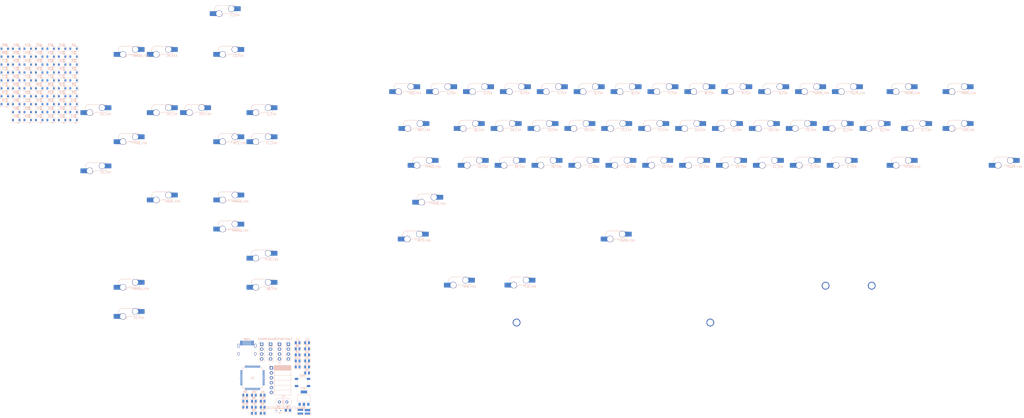
<source format=kicad_pcb>
(kicad_pcb (version 20241229) (generator "pcbnew") (generator_version "9.0")
  (layers (0 "F.Cu" signal) (4 "In1.Cu" signal) (6 "In2.Cu" signal) (2 "B.Cu" signal) (13 "F.Paste" user) (15 "B.Paste" user) (5 "F.SilkS" user "F.Silkscreen") (7 "B.SilkS" user "B.Silkscreen") (1 "F.Mask" user) (3 "B.Mask" user) (25 "Edge.Cuts" user))
  (net 0 "")
  (net 1 "GND")
  (net 2 "+3.3V")
  (net 3 "+5V")
  (net 4 "Net-(D3-A)")
  (net 5 "Net-(D4-A)")
  (net 6 "Net-(D5-A)")
  (net 7 "Net-(D6-A)")
  (net 8 "Net-(D7-A)")
  (net 9 "Net-(D8-A)")
  (net 10 "Net-(D9-A)")
  (net 11 "Net-(D10-A)")
  (net 12 "Net-(D11-A)")
  (net 13 "Net-(D12-A)")
  (net 14 "Net-(D13-A)")
  (net 15 "Net-(D14-A)")
  (net 16 "Net-(D15-A)")
  (net 17 "Net-(D16-A)")
  (net 18 "Net-(D17-A)")
  (net 19 "Net-(D18-A)")
  (net 20 "Net-(D19-A)")
  (net 21 "Net-(D20-A)")
  (net 22 "Net-(D21-A)")
  (net 23 "Net-(D22-A)")
  (net 24 "Net-(D23-A)")
  (net 25 "Net-(D29-A)")
  (net 26 "Net-(D30-A)")
  (net 27 "Net-(D31-A)")
  (net 28 "Net-(D32-A)")
  (net 29 "Net-(D33-A)")
  (net 30 "Net-(D24-A)")
  (net 31 "Net-(D25-A)")
  (net 32 "Net-(D26-A)")
  (net 33 "Net-(D27-A)")
  (net 34 "Net-(D28-A)")
  (net 35 "Net-(D34-A)")
  (net 36 "/COL2")
  (net 37 "/COL3")
  (net 38 "/COL4")
  (net 39 "/COL5")
  (net 40 "/COL1")
  (net 41 "/ROT_TIMB")
  (net 42 "/ROT_TIMA")
  (net 43 "Net-(U1-OSCIN)")
  (net 44 "Net-(U1-OSCOUT)")
  (net 45 "Net-(U1-VCAP)")
  (net 46 "/NRST")
  (net 47 "/D+")
  (net 48 "/D-")
  (net 49 "/ROW1")
  (net 50 "/ROW2")
  (net 51 "/ROW3")
  (net 52 "/ROW4")
  (net 53 "/ROW5")
  (net 54 "Net-(D35-A)")
  (net 55 "/ROT_SW")
  (net 56 "/UART_TX_EAST")
  (net 57 "/UART_RX_EAST")
  (net 58 "Net-(U1-VDDA)")
  (net 59 "/RGB_DATAIN")
  (net 60 "Net-(D36-A)")
  (net 61 "Net-(D37-A)")
  (net 62 "Net-(D38-A)")
  (net 63 "Net-(D39-A)")
  (net 64 "Net-(D40-A)")
  (net 65 "Net-(D41-A)")
  (net 66 "Net-(D42-A)")
  (net 67 "Net-(D43-A)")
  (net 68 "Net-(D44-A)")
  (net 69 "Net-(D45-A)")
  (net 70 "Net-(D46-A)")
  (net 71 "Net-(D47-A)")
  (net 72 "Net-(D48-A)")
  (net 73 "Net-(D50-A)")
  (net 74 "Net-(D51-A)")
  (net 75 "Net-(D52-A)")
  (net 76 "Net-(D53-A)")
  (net 77 "Net-(D54-A)")
  (net 78 "Net-(D55-A)")
  (net 79 "Net-(D56-A)")
  (net 80 "Net-(D57-A)")
  (net 81 "Net-(D58-A)")
  (net 82 "/UART_TX_NORTH")
  (net 83 "/UART_RX_NORTH")
  (net 84 "Net-(USB1-CC2)")
  (net 85 "Net-(USB1-CC1)")
  (net 86 "Net-(U1-PA11)")
  (net 87 "Net-(U1-PA12)")
  (net 88 "Net-(U1-BOOT)")
  (net 89 "/JTCLK")
  (net 90 "Net-(J1-Pin_2)")
  (net 91 "/JTMS")
  (net 92 "Net-(J1-Pin_4)")
  (net 93 "Net-(J1-Pin_5)")
  (net 94 "Net-(J1-Pin_6)")
  (net 95 "/SWO")
  (net 96 "/UART_TX_SOUTH")
  (net 97 "/UART_RX_SOUTH")
  (net 99 "AGND")
  (net 100 "Net-(D59-A)")
  (net 101 "/UART_TX_WEST")
  (net 104 "Net-(D60-A)")
  (net 105 "Net-(D61-A)")
  (net 106 "Net-(D62-A)")
  (net 109 "Net-(D64-A)")
  (net 111 "Net-(D65-A)")
  (net 112 "Net-(D68-A)")
  (net 113 "/UART_RX_WEST")
  (net 114 "Net-(D71-A)")
  (net 115 "Net-(D72-A)")
  (net 116 "Net-(D73-A)")
  (net 119 "Net-(D2-A)")
  (net 124 "Net-(D74-A)")
  (net 125 "Net-(D75-A)")
  (net 126 "Net-(D76-A)")
  (net 127 "/COL12")
  (net 128 "/COL9")
  (net 129 "/COL10")
  (net 130 "/COL11")
  (net 131 "/COL6")
  (net 132 "/COL7")
  (net 133 "/COL8")
  (net 134 "/COL14")
  (net 135 "/COL13")
  (net 136 "/COL15")
  (footprint "PCM_marbastlib-mx:STAB_MX_2.25u" (layer "F.Cu") (at 290.2 85.725)
    (property "Reference" "S4" (hide yes))
    (property "Value" "MX_stab")
  )
  (footprint "PCM_marbastlib-mx:STAB_MX_P_2u" (layer "F.Cu") (at 261.9375 152.4)
    (property "Reference" "S3" (hide yes))
    (property "Value" "MX_stab")
  )
  (footprint "PCM_marbastlib-mx:STAB_MX_P_6.25u" (layer "F.Cu") (at 140.49375 171.45)
    (property "Reference" "S2" (hide yes))
    (property "Value" "MX_stab")
  )
  (footprint "PCM_marbastlib-mx:STAB_MX_2u" (layer "F.Cu") (at 290.5125 47.625)
    (property "Reference" "S5" (hide yes))
    (property "Value" "MX_stab")
  )
  (footprint "PCM_marbastlib-mx:STAB_MX_2.25u" (layer "F.Cu") (at 45.24375 104.775)
    (property "Reference" "S1" (hide yes))
    (property "Value" "MX_stab")
  )
  (footprint "PCM_Resistor_SMD_AKL:R_0805_2012Metric" (layer "B.Cu") (at -45.1515 205.13825 180)
    (property "Reference" "R6")
    (property "Value" "22" (hide yes))
  )
  (footprint "PCM_marbastlib-mx:SW_MX_HS_CPG151101S11_1u" (layer "B.Cu") (at 52.41 47.625 180)
    (property "Reference" "KEY_1")
    (property "Value" "MX_SW_HS")
  )
  (footprint "PCM_marbastlib-mx:SW_MX_HS_CPG151101S11_1u" (layer "B.Cu") (at 238.125 66.675 180)
    (property "Reference" "KEY_P1")
    (property "Value" "MX_SW_HS")
  )
  (footprint "PCM_Diode_SMD_AKL:D_SOD-123" (layer "B.Cu") (at -156.0315 35.19825 180)
    (property "Reference" "D36")
    (property "Value" "1N4148W" (hide yes))
  )
  (footprint "PCM_Capacitor_SMD_AKL:C_0805_2012Metric" (layer "B.Cu") (at -22.584182 178.02825 180)
    (property "Reference" "C8")
    (property "Value" "10uF" (hide yes))
  )
  (footprint "PCM_marbastlib-mx:SW_MX_HS_CPG151101S11_1u" (layer "B.Cu") (at 319.0875 47.625 180)
    (property "Reference" "KEY_HOME1")
    (property "Value" "MX_SW_HS")
  )
  (footprint "PCM_Diode_SMD_AKL:D_SOD-123" (layer "B.Cu") (at -167.8715 26.99825 180)
    (property "Reference" "D55")
    (property "Value" "1N4148W" (hide yes))
  )
  (footprint "PCM_marbastlib-mx:SW_MX_HS_CPG151101S11_1u" (layer "B.Cu") (at -40.351324 73.52325 180)
    (property "Reference" "KEY_/1")
    (property "Value" "MX_SW_HS")
  )
  (footprint "PCM_Diode_SMD_AKL:D_SOD-123" (layer "B.Cu") (at -173.7915 31.09825 180)
    (property "Reference" "D71")
    (property "Value" "1N4148W" (hide yes))
  )
  (footprint "PCM_marbastlib-mx:SW_MX_HS_CPG151101S11_1u" (layer "B.Cu") (at 223.86 47.625 180)
    (property "Reference" "KEY_0")
    (property "Value" "MX_SW_HS")
  )
  (footprint "PCM_marbastlib-mx:SW_MX_HS_CPG151101S11_1u" (layer "B.Cu") (at -91.801324 28.37325 180)
    (property "Reference" "KEY_M1")
    (property "Value" "MX_SW_HS")
  )
  (footprint "PCM_Diode_SMD_AKL:D_SOD-123" (layer "B.Cu") (at -156.0315 43.39825 180)
    (property "Reference" "D38")
    (property "Value" "1N4148W" (hide yes))
  )
  (footprint "PCM_Diode_SMD_AKL:D_SOD-123" (layer "B.Cu") (at -144.1915 59.79825 180)
    (property "Reference" "D22")
    (property "Value" "1N4148W" (hide yes))
  )
  (footprint "PCM_marbastlib-mx:SW_MX_HS_CPG151101S11_1u" (layer "B.Cu") (at -108.951324 163.82325 180)
    (property "Reference" "KEY_V1")
    (property "Value" "MX_SW_HS")
  )
  (footprint "PCM_marbastlib-mx:SW_MX_HS_CPG151101S11_1u" (layer "B.Cu") (at 221.13875 85.725 180)
    (property "Reference" "KEY_L1")
    (property "Value" "MX_SW_HS")
  )
  (footprint "PCM_Diode_SMD_AKL:D_SOD-123" (layer "B.Cu") (at -150.1115 47.49825 180)
    (property "Reference" "D29")
    (property "Value" "1N4148W" (hide yes))
  )
  (footprint "PCM_marbastlib-mx:SW_MX_HS_CPG151101S11_1u" (layer "B.Cu") (at 180.975 66.675 180)
    (property "Reference" "KEY_U1")
    (property "Value" "MX_SW_HS")
  )
  (footprint "PCM_Resistor_SMD_AKL:R_0805_2012Metric" (layer "B.Cu") (at -49.6715 208.25825 180)
    (property "Reference" "R13")
    (property "Value" "DNP" (hide yes))
  )
  (footprint "PCM_marbastlib-mx:SW_MX_HS_CPG151101S11_1u" (layer "B.Cu") (at -108.951324 28.37325 180)
    (property "Reference" "KEY_RARROW1")
    (property "Value" "MX_SW_HS")
  )
  (footprint "PCM_Diode_SMD_AKL:D_SOD-123" (layer "B.Cu") (at -144.1915 43.39825 180)
    (property "Reference" "D18")
    (property "Value" "1N4148W" (hide yes))
  )
  (footprint "PCM_Diode_SMD_AKL:D_SOD-123" (layer "B.Cu") (at -138.2715 22.89825 180)
    (property "Reference" "D3")
    (property "Value" "1N4148W" (hide yes))
  )
  (footprint "PCM_marbastlib-mx:SW_MX_HS_CPG151101S11_1u" (layer "B.Cu") (at 37.7825 123.825 180)
    (property "Reference" "KEY_CTRL1")
    (property "Value" "MX_SW_HS")
  )
  (footprint "PCM_Diode_SMD_AKL:D_SOD-123" (layer "B.Cu") (at -150.1115 22.89825 180)
    (property "Reference" "D23")
    (property "Value" "1N4148W" (hide yes))
  )
  (footprint "PCM_marbastlib-mx:SW_MX_HS_CPG151101S11_1u" (layer "B.Cu") (at 142.5575 123.825 180)
    (property "Reference" "KEY_SPACE1")
    (property "Value" "MX_SW_HS")
  )
  (footprint "PCM_marbastlib-mx:SW_MX_HS_CPG151101S11_1u" (layer "B.Cu") (at 106.83875 85.725 180)
    (property "Reference" "KEY_D1")
    (property "Value" "MX_SW_HS")
  )
  (footprint "PCM_Diode_SMD_AKL:D_SOD-123" (layer "B.Cu") (at -167.8715 43.39825 180)
    (property "Reference" "D59")
    (property "Value" "1N4148W" (hide yes))
  )
  (footprint "PCM_Diode_SMD_AKL:D_SOD-123" (layer "B.Cu") (at -173.7915 22.89825 180)
    (property "Reference" "D65")
    (property "Value" "1N4148W" (hide yes))
  )
  (footprint "Connector_PinSocket_2.54mm:PinSocket_1x04_P2.54mm_Vertical" (layer "B.Cu") (at -31.9465 175.67325 180)
    (property "Reference" "North1")
    (property "Value" "Conn_01x04")
  )
  (footprint "PCM_Resistor_SMD_AKL:R_0805_2012Metric" (layer "B.Cu") (at -45.1515 202.01825 180)
    (property "Reference" "R5")
    (property "Value" "10k" (hide yes))
  )
  (footprint "PCM_Resistor_SMD_AKL:R_0805_2012Metric" (layer "B.Cu") (at -49.6715 205.13825 180)
    (property "Reference" "R10")
    (property "Value" "DNP" (hide yes))
  )
  (footprint "Connector_PinSocket_2.54mm:PinSocket_1x04_P2.54mm_Vertical" (layer "B.Cu") (at -41.1465 175.67325 180)
    (property "Reference" "West1")
    (property "Value" "Conn_01x04")
  )
  (footprint "PCM_Diode_SMD_AKL:D_SOD-123" (layer "B.Cu") (at -156.0315 51.59825 180)
    (property "Reference" "D40")
    (property "Value" "1N4148W" (hide yes))
  )
  (footprint "PCM_marbastlib-mx:SW_MX_HS_CPG151101S11_1u" (layer "B.Cu") (at -126.101324 58.47325 180)
    (property "Reference" "KEY_X1")
    (property "Value" "MX_SW_HS")
  )
  (footprint "PCM_Diode_SMD_AKL:D_SOD-123" (layer "B.Cu") (at -150.1115 35.19825 180)
    (property "Reference" "D26")
    (property "Value" "1N4148W" (hide yes))
  )
  (footprint "PCM_Diode_SMD_AKL:D_SOD-123" (layer "B.Cu") (at -167.8715 55.69825 180)
    (property "Reference" "D62")
    (property "Value" "1N4148W" (hide yes))
  )
  (footprint "PCM_Diode_SMD_AKL:D_SOD-123" (layer "B.Cu") (at -144.1915 39.29825 180)
    (property "Reference" "D17")
    (property "Value" "1N4148W" (hide yes))
  )
  (footprint "PCM_marbastlib-mx:SW_MX_HS_CPG151101S11_1u" (layer "B.Cu") (at 71.46 47.625 180)
    (property "Reference" "KEY_2")
    (property "Value" "MX_SW_HS")
  )
  (footprint "PCM_Diode_SMD_AKL:D_SOD-123" (layer "B.Cu") (at -144.1915 26.99825 180)
    (property "Reference" "D14")
    (property "Value" "1N4148W" (hide yes))
  )
  (footprint "PCM_marbastlib-mx:SW_MX_HS_CPG151101S11_1u" (layer "B.Cu") (at 163.98875 85.725 180)
    (property "Reference" "KEY_H1")
    (property "Value" "MX_SW_HS")
  )
  (footprint "PCM_marbastlib-mx:SW_MX_HS_CPG151101S11_1u" (layer "B.Cu") (at 185.76 47.625 180)
    (property "Reference" "KEY_8")
    (property "Value" "MX_SW_HS")
  )
  (footprint "PCM_marbastlib-mx:SW_MX_HS_CPG151101S11_1u" (layer "B.Cu") (at 147.66 47.625 180)
    (property "Reference" "KEY_6")
    (property "Value" "MX_SW_HS")
  )
  (footprint "PCM_Diode_SMD_AKL:D_SOD-123" (layer "B.Cu") (at -156.0315 59.79825 180)
    (property "Reference" "D42")
    (property "Value" "1N4148W" (hide yes))
  )
  (footprint "PCM_marbastlib-mx:SW_MX_HS_CPG151101S11_1u" (layer "B.Cu") (at -74.651324 58.47325 180)
    (property "Reference" "KEY_FN1")
    (property "Value" "MX_SW_HS")
  )
  (footprint "PCM_marbastlib-mx:SW_MX_HS_CPG151101S11_1u" (layer "B.Cu") (at 33.3375 47.625 180)
    (property "Reference" "KEY_ESC1")
    (property "Value" "MX_SW_HS")
  )
  (footprint "PCM_Diode_SMD_AKL:D_SOD-123" (layer "B.Cu") (at -156.0315 22.89825 180)
    (property "Reference" "D33")
    (property "Value" "1N4148W" (hide yes))
  )
  (footprint "PCM_marbastlib-mx:SW_MX_HS_CPG151101S11_1u" (layer "B.Cu") (at 90.51 47.625 180)
    (property "Reference" "KEY_3")
    (property "Value" "MX_SW_HS")
  )
  (footprint "PCM_marbastlib-mx:SW_MX_HS_CPG151101S11_1u" (layer "B.Cu") (at 68.73875 85.725 180)
    (property "Reference" "KEY_A1")
    (property "Value" "MX_SW_HS")
  )
  (footprint "PCM_marbastlib-mx:SW_MX_HS_CPG151101S11_1u" (layer "B.Cu") (at 219.075 66.675 180)
    (property "Reference" "KEY_O1")
    (property "Value" "MX_SW_HS")
  )
  (footprint "PCM_Diode_SMD_AKL:D_SOD-123" (layer "B.Cu") (at -156.0315 31.09825 180)
    (property "Reference" "D35")
    (property "Value" "1N4148W" (hide yes))
  )
  (footprint "PCM_marbastlib-mx:SW_MX_HS_CPG151101S11_1u" (layer "B.Cu") (at -57.501324 103.62325 180)
    (property "Reference" "KEY_DARROW1")
    (property "Value" "MX_SW_HS")
  )
  (footprint "PCM_marbastlib-mx:SW_MX_HS_CPG151101S11_1u" (layer "B.Cu") (at -91.801324 58.47325 180)
    (property "Reference" "KEY_N1")
    (property "Value" "MX_SW_HS")
  )
  (footprint "PCM_Diode_SMD_AKL:D_SOD-123" (layer "B.Cu") (at -173.7915 35.19825 180)
    (property "Reference" "D72")
    (property "Value" "1N4148W" (hide yes))
  )
  (footprint "PCM_Diode_SMD_AKL:D_SOD-123" (layer "B.Cu") (at -138.2715 59.79825 180)
    (property "Reference" "D12")
    (property "Value" "1N4148W" (hide yes))
  )
  (footprint "PCM_Diode_SMD_AKL:D_SOD-123" (layer "B.Cu") (at -161.9515 26.99825 180)
    (property "Reference" "D44")
    (property "Value" "1N4148W" (hide yes))
  )
  (footprint "PCM_Diode_SMD_AKL:D_SOD-123" (layer "B.Cu") (at -138.2715 26.99825 180)
    (property "Reference" "D4")
    (property "Value" "1N4148W" (hide yes))
  )
  (footprint "PCM_marbastlib-mx:SW_MX_HS_CPG151101S11_1u" (layer "B.Cu") (at 319.0875 66.675 180)
    (property "Reference" "KEY_DEL1")
    (property "Value" "MX_SW_HS")
  )
  (footprint "PCM_Resistor_SMD_AKL:R_0805_2012Metric" (layer "B.Cu") (at -40.6315 208.25825 180)
    (property "Reference" "R3")
    (property "Value" "22" (hide yes))
  )
  (footprint "PCM_marbastlib-mx:SW_MX_HS_CPG151101S11_1u" (layer "B.Cu") (at 142.8 66.675 180)
    (property "Reference" "KEY_T1")
    (property "Value" "MX_SW_HS")
  )
  (footprint "PCM_marbastlib-mx:SW_MX_HS_CPG151101S11_1u" (layer "B.Cu") (at 109.56 47.625 180)
    (property "Reference" "KEY_4")
    (property "Value" "MX_SW_HS")
  )
  (footprint "PCM_Diode_SMD_AKL:D_SOD-123" (layer "B.Cu") (at -156.0315 47.49825 180)
    (property "Reference" "D39")
    (property "Value" "1N4148W" (hide yes))
  )
  (footprint "PCM_Capacitor_SMD_AKL:C_0805_2012Metric" (layer "B.Cu") (at -17.702394 190.50825 180)
    (property "Reference" "C6")
    (property "Value" "100nF" (hide yes))
  )
  (footprint "PCM_Resistor_SMD_AKL:R_0805_2012Metric" (layer "B.Cu") (at -45.1515 208.25825 180)
    (property "Reference" "R7")
    (property "Value" "22" (hide yes))
  )
  (footprint "PCM_Capacitor_SMD_AKL:C_0805_2012Metric" (layer "B.Cu") (at -17.702394 178.02825 180)
    (property "Reference" "C2")
    (property "Value" "20pF" (hide yes))
  )
  (footprint "PCM_Diode_SMD_AKL:D_SOD-123" (layer "B.Cu") (at -144.1915 47.49825 180)
    (property "Reference" "D19")
    (property "Value" "1N4148W" (hide yes))
  )
  (footprint "PCM_Capacitor_SMD_AKL:C_0805_2012Metric" (layer "B.Cu") (at -22.584182 181.14825 180)
    (property "Reference" "C9")
    (property "Value" "4.7uF" (hide yes))
  )
  (footprint "PCM_Diode_SMD_AKL:D_SOD-123" (layer "B.Cu") (at -161.9515 43.39825 180)
    (property "Reference" "D48")
    (property "Value" "1N4148W" (hide yes))
  )
  (footprint "PCM_Diode_SMD_AKL:D_SOD-123" (layer "B.Cu") (at -150.1115 39.29825 180)
    (property "Reference" "D27")
    (property "Value" "1N4148W" (hide yes))
  )
  (footprint "PCM_marbastlib-mx:SW_MX_HS_CPG151101S11_1u" (layer "B.Cu") (at 66.675 66.675 180)
    (property "Reference" "KEY_Q1")
    (property "Value" "MX_SW_HS")
  )
  (footprint "PCM_marbastlib-mx:SW_MX_HS_CPG151101S11_1u" (layer "B.Cu") (at -108.951324 148.77325 180)
    (property "Reference" "KEY_UARROW1")
    (property "Value" "MX_SW_HS")
  )
  (footprint "PCM_Diode_SMD_AKL:D_SOD-123" (layer "B.Cu") (at -156.0315 55.69825 180)
    (property "Reference" "D41")
    (property "Value" "1N4148W" (hide yes))
  )
  (footprint "PCM_Diode_SMD_AKL:D_SOD-123" (layer "B.Cu") (at -138.2715 47.49825 180)
    (property "Reference" "D9")
    (property "Value" "1N4148W" (hide yes))
  )
  (footprint "PCM_Diode_SMD_AKL:D_SOD-123" (layer "B.Cu") (at -138.2715 31.09825 180)
    (property "Reference" "D5")
    (property "Value" "1N4148W" (hide yes))
  )
  (footprint "PCM_Diode_SMD_AKL:D_SOD-123" (layer "B.Cu") (at -138.2715 55.69825 180)
    (property "Reference" "D11")
    (property "Value" "1N4148W" (hide yes))
  )
  (footprint "PCM_Diode_SMD_AKL:D_SOD-123" (layer "B.Cu") (at -167.8715 47.49825 180)
    (property "Reference" "D60")
    (property "Value" "1N4148W" (hide yes))
  )
  (footprint "PCM_Capacitor_SMD_AKL:C_0805_2012Metric" (layer "B.Cu") (at -17.702394 184.26825 180)
    (property "Reference" "C4")
    (property "Value" "100nF" (hide yes))
  )
  (footprint "PCM_Diode_SMD_AKL:D_SOD-123" (layer "B.Cu") (at -167.8715 22.89825 180)
    (property "Reference" "D54")
    (property "Value" "1N4148W" (hide yes))
  )
  (footprint "Type-C.pretty-master:HRO-TYPE-C-31-M-12-HandSoldering" (layer "B.Cu") (at -48.7415 183.26825 180)
    (property "Reference" "USB1")
    (property "Value" "HRO-TYPE-C-31-M-12")
  )
  (footprint "PCM_Diode_SMD_AKL:D_SOD-123" (layer "B.Cu") (at -138.2715 35.19825 180)
    (property "Reference" "D6")
    (property "Value" "1N4148W" (hide yes))
  )
  (footprint "PCM_marbastlib-mx:SW_MX_HS_CPG151101S11_1u" (layer "B.Cu") (at 92.86875 147.6375 180)
    (property "Reference" "KEY_ALT1")
    (property "Value" "MX_SW_HS")
  )
  (footprint "PCM_marbastlib-mx:SW_MX_HS_CPG151101S11_1u" (layer "B.Cu") (at 123.8 66.675 180)
    (property "Reference" "KEY_R1")
    (property "Value" "MX_SW_HS")
  )
  (footprint "PCM_marbastlib-mx:SW_MX_HS_CPG151101S11_1u" (layer "B.Cu") (at 257.175 66.675 180)
    (property "Reference" "KEY_[1")
    (property "Value" "MX_SW_HS")
  )
  (footprint "PCM_Diode_SMD_AKL:D_SOD-123" (layer "B.Cu") (at -173.7915 47.49825 180)
    (property "Reference" "D75")
    (property "Value" "1N4148W" (hide yes))
  )
  (footprint "PCM_marbastlib-mx:SW_MX_HS_CPG151101S11_1u" (layer "B.Cu") (at 202.08875 85.725 180)
    (property "Reference" "KEY_K1")
    (property "Value" "MX_SW_HS")
  )
  (footprint "PCM_marbastlib-mx:SW_MX_HS_CPG151101S11_1u" (layer "B.Cu") (at 45.24375 104.775 180)
    (property "Reference" "KEY_SHIFT1")
    (property "Value" "MX_SW_HS")
  )
  (footprint "PCM_marbastlib-various:SW_SPST_SKQG_WithStem" (layer "B.Cu") (at -20.0365 195.44325 180)
    (property "Reference" "SW2")
    (property "Value" "Push_Button")
  )
  (footprint "PCM_Diode_SMD_AKL:D_SOD-123" (layer "B.Cu") (at -167.8715 39.29825 180)
    (property "Reference" "D58")
    (property "Value" "1N4148W" (hide yes))
  )
  (footprint "PCM_Diode_SMD_AKL:D_SOD-123" (layer "B.Cu") (at -144.1915 51.59825 180)
    (property "Reference" "D20")
    (property "Value" "1N4148W" (hide yes))
  )
  (footprint "PCM_Diode_SMD_AKL:D_SOD-123" (layer "B.Cu") (at -144.1915 31.09825 180)
    (property "Reference" "D15")
    (property "Value" "1N4148W" (hide yes))
  )
  (footprint "PCM_marbastlib-mx:SW_MX_HS_CPG151101S11_1u" (layer "B.Cu") (at 38.1 66.675 180)
    (property "Reference" "KEY_TAB1")
    (property "Value" "MX_SW_HS")
  )
  (footprint "PCM_Diode_SMD_AKL:D_SOD-323" (layer "B.Cu") (at -32.4015 209.99825 180)
    (property "Reference" "D2")
    (property "Value" "BAT60JFILM" (hide yes))
  )
  (footprint "PCM_Diode_SMD_AKL:D_SOD-123" (layer "B.Cu") (at -161.9515 55.69825 180)
    (property "Reference" "D52")
    (property "Value" "1N4148W" (hide yes))
  )
  (footprint "PCM_marbastlib-mx:SW_MX_HS_CPG151101S11_1u" (layer "B.Cu") (at 104.775 66.675 180)
    (property "Reference" "KEY_E1")
    (property "Value" "MX_SW_HS")
  )
  (footprint "PCM_marbastlib-mx:SW_MX_HS_CPG151101S11_1u" (layer "B.Cu") (at 61.595 147.6375 180)
    (property "Reference" "KEY_WIN1")
    (property "Value" "MX_SW_HS")
  )
  (footprint "PCM_Diode_SMD_AKL:D_SOD-123" (layer "B.Cu") (at -161.9515 59.79825 180)
    (property "Reference" "D53")
    (property "Value" "1N4148W" (hide yes))
  )
  (footprint "PCM_marbastlib-mx:SW_MX_HS_CPG151101S11_1u" (layer "B.Cu") (at -40.351324 148.77325 180)
    (property "Reference" "KEY_B1")
    (property "Value" "MX_SW_HS")
  )
  (footprint "PCM_Resistor_SMD_AKL:R_0805_2012Metric" (layer "B.Cu") (at -40.6315 205.13825 180)
    (property "Reference" "R2")
    (property "Value" "5.1k" (hide yes))
  )
  (footprint "PCM_marbastlib-mx:SW_MX_HS_CPG151101S11_1u" (layer "B.Cu") (at -57.501324 73.52325 180)
    (property "Reference" "KEY_CTRL2")
    (property "Value" "MX_SW_HS")
  )
  (footprint "PCM_marbastlib-mx:SW_MX_HS_CPG151101S11_1u" (layer "B.Cu") (at 145 85.725 180)
    (property "Reference" "KEY_G1")
    (property "Value" "MX_SW_HS")
  )
  (footprint "PCM_Capacitor_SMD_AKL:C_0805_2012Metric" (layer "B.Cu") (at -22.584182 184.26825 180)
    (property "Reference" "C10")
    (property "Value" "1uF" (hide yes))
  )
  (footprint "PCM_marbastlib-mx:SW_MX_HS_CPG151101S11_1u" (layer "B.Cu") (at 87.78875 85.725 180)
    (property "Reference" "KEY_S1")
    (property "Value" "MX_SW_HS")
  )
  (footprint "PCM_Diode_SMD_AKL:D_SOD-123" (layer "B.Cu") (at -144.1915 35.19825 180)
    (property "Reference" "D16")
    (property "Value" "1N4148W" (hide yes))
  )
  (footprint "PCM_marbastlib-mx:SW_MX_HS_CPG151101S11_1u" (layer "B.Cu") (at -91.801324 103.62325 180)
    (property "Reference" "KEY_PGDN1")
    (property "Value" "MX_SW_HS")
  )
  (footprint "PCM_Capacitor_SMD_AKL:C_0805_2012Metric" (layer "B.Cu") (at -22.584182 187.38825 180)
    (property "Reference" "C11")
    (property "Value" "0.1uF" (hide yes))
  )
  (footprint "PCM_Diode_SMD_AKL:D_SOD-123" (layer "B.Cu") (at -161.9515 31.09825 180)
    (property "Reference" "D45")
    (property "Value" "1N4148W" (hide yes))
  )
  (footprint "PCM_marbastlib-mx:SW_MX_HS_CPG151101S11_1u" (layer "B.Cu") (at 42.8625 85.725 180)
    (property "Reference" "KEY_CAPS1")
    (property "Value" "MX_SW_HS")
  )
  (footprint "PCM_marbastlib-mx:SW_MX_HS_CPG151101S11_1u" (layer "B.Cu") (at 125.88875 85.725 180)
    (property "Reference" "KEY_F1")
    (property "Value" "MX_SW_HS")
  )
  (footprint "PCM_marbastlib-mx:SW_MX_HS_CPG151101S11_1u" (layer "B.Cu") (at 200 66.675 180)
    (property "Reference" "KEY_I1")
    (property "Value" "MX_SW_HS")
  )
  (footprint "PCM_Diode_SMD_AKL:D_SOD-123" (layer "B.Cu") (at -161.9515 51.59825 180)
    (property "Reference" "D51")
    (property "Value" "1N4148W" (hide yes))
  )
  (footprint "PCM_Diode_SMD_AKL:D_SOD-123" (layer "B.Cu") (at -150.1115 26.99825 180)
    (property "Reference" "D24")
    (property "Value" "1N4148W" (hide yes))
  )
  (footprint "PCM_marbastlib-mx:SW_MX_HS_CPG151101S11_1u" (layer "B.Cu") (at 297.65625 66.675 180)
    (property "Reference" "KEY_\\1")
    (property "Value" "MX_SW_HS")
  )
  (footprint "PCM_Diode_SMD_AKL:D_SOD-123" (layer "B.Cu") (at -167.8715 59.79825 180)
    (property "Reference" "D64")
    (property "Value" "1N4148W" (hide yes))
  )
  (footprint "PCM_Diode_SMD_AKL:D_SOD-123" (layer "B.Cu") (at -161.9515 47.49825 180)
    (property "Reference" "D50")
    (property "Value" "1N4148W" (hide yes))
  )
  (footprint "PCM_Resistor_SMD_AKL:R_0805_2012Metric" (layer "B.Cu") (at -49.6715 202.01825 180)
    (property "Reference" "R9")
    (property "Value" "22" (hide yes))
  )
  (footprint "PCM_Diode_SMD_AKL:D_SOD-123" (layer "B.Cu") (at -150.1115 55.69825 180)
    (property "Reference" "D31")
    (property "Value" "1N4148W" (hide yes))
  )
  (footprint "PCM_Fuse_AKL:Fuse_0805_2012Metric_Pad1.15x1.40mm_BigPads" (layer "B.Cu") (at -27.5815 209.80825 180)
    (property "Reference" "FB1")
    (property "Value" "Ferrite_Bead" (hide yes))
  )
  (footprint "PCM_marbastlib-mx:SW_MX_HS_CPG151101S11_1u" (layer "B.Cu") (at 290.195 47.625 180)
    (property "Reference" "KEY_BKSP1")
    (property "Value" "MX_SW_HS")
  )
  (footprint "PCM_Diode_SMD_AKL:D_SOD-123" (layer "B.Cu") (at -150.1115 31.09825 180)
    (property "Reference" "D25")
    (property "Value" "1N4148W" (hide yes))
  )
  (footprint "PCM_marbastlib-mx:SW_MX_HS_CPG151101S11_1u" (layer "B.Cu") (at 242.91 47.625 180)
    (property "Reference" "KEY_MINUS1")
    (property "Value" "MX_SW_HS")
  )
  (footprint "PCM_Diode_SMD_AKL:D_SOD-123" (layer "B.Cu") (at -173.7915 26.99825 180)
    (property "Reference" "D68")
    (property "Value" "1N4148W" (hide yes))
  )
  (footprint "PCM_marbastlib-mx:SW_MX_HS_CPG151101S11_1u" (layer "B.Cu") (at -59.315 7.3025 180)
    (property "Reference" "KEY_,1")
    (property "Value" "MX_SW_HS")
  )
  (footprint "PCM_Diode_SMD_AKL:D_SOD-123" (layer "B.Cu") (at -161.9515 39.29825 180)
    (property "Reference" "D47")
    (property "Value" "1N4148W" (hide yes))
  )
  (footprint "PCM_marbastlib-mx:SW_MX_HS_CPG151101S11_1u" (layer "B.Cu") (at 240.2 85.725 180)
    (property "Reference" "KEY_;1")
    (property "Value" "MX_SW_HS")
  )
  (footprint "PCM_marbastlib-mx:SW_MX_HS_CPG151101S11_1u" (layer "B.Cu") (at 161.925 66.675 180)
    (property "Reference" "KEY_Y1")
    (property "Value" "MX_SW_HS")
  )
  (footprint "PCM_Diode_SMD_AKL:D_SOD-123" (layer "B.Cu") (at -161.9515 35.19825 180)
    (property "Reference" "D46")
    (property "Value" "1N4148W" (hide yes))
  )
  (footprint "PCM_Package_TO_SOT_SMD_AKL:SOT-143_Handsoldering" (layer "B.Cu") (at -19.314 210.54325 180)
    (property "Reference" "D1")
    (property "Value" "PRTR5V0U2X")
  )
  (footprint "PCM_Diode_SMD_AKL:D_SOD-123" (layer "B.Cu") (at -156.0315 26.99825 180)
    (property "Reference" "D34")
    (property "Value" "1N4148W" (hide yes))
  )
  (footprint "Connector_PinSocket_2.54mm:PinSocket_1x06_P2.54mm_Horizontal" (layer "B.Cu") (at -36.0965 187.92325 180)
    (property "Reference" "J1")
    (property "Value" "Conn_01x06")
  )
  (footprint "PCM_marbastlib-mx:SW_MX_HS_CPG151101S11_1u" (layer "B.Cu") (at 261.9375 47.625 180)
    (property "Reference" "KEY_PLUS1")
    (property "Value" "MX_SW_HS")
  )
  (footprint "Connector_PinSocket_2.54mm:PinSocket_1x04_P2.54mm_Vertical" (layer "B.Cu") (at -27.3465 175.67325 180)
    (property "Reference" "East1")
    (property "Value" "Conn_01x04")
  )
  (footprint "PCM_marbastlib-mx:SW_MX_HS_CPG151101S11_1u" (layer "B.Cu") (at -57.501324 28.37325 180)
    (property "Reference" "KEY_C1")
    (property "Value" "MX_SW_HS")
  )
  (footprint "PCM_marbastlib-mx:SW_MX_HS_CPG151101S11_1u" (layer "B.Cu") (at 166.71 47.625 180)
    (property "Reference" "KEY_7")
    (property "Value" "MX_SW_HS")
  )
  (footprint "PCM_Diode_SMD_AKL:D_SOD-123" (layer "B.Cu") (at -150.1115 51.59825 180)
    (property "Reference" "D30")
    (property "Value" "1N4148W" (hide yes))
  )
  (footprint "PCM_Resistor_SMD_AKL:R_0805_2012Metric" (layer "B.Cu") (at -40.6315 211.37825 180)
    (property "Reference" "R4")
    (property "Value" "22" (hide yes))
  )
  (footprint "PCM_marbastlib-mx:SW_MX_HS_CPG151101S11_1u" (layer "B.Cu") (at -126.101324 88.57325 180)
    (property "Reference" "KEY_Z1")
    (property "Value" "MX_SW_HS")
  )
  (footprint "PCM_Diode_SMD_AKL:D_SOD-123" (layer "B.Cu") (at -156.0315 39.29825 180)
    (property "Reference" "D37")
    (property "Value" "1N4148W" (hide yes))
  )
  (footprint "PCM_Diode_SMD_AKL:D_SOD-123" (layer "B.Cu") (at -144.1915 55.69825 180)
    (property "Reference" "D21")
    (property "Value" "1N4148W" (hide yes))
  )
  (footprint "PCM_marbastlib-mx:SW_MX_HS_CPG151101S11_1u" (layer "B.Cu") (at 128.61 47.625 180)
    (property "Reference" "KEY_5")
    (property "Value" "MX_SW_HS")
  )
  (footprint "PCM_Diode_SMD_AKL:D_SOD-123" (layer "B.Cu") (at -161.9515 22.89825 180)
    (property "Reference" "D43")
    (property "Value" "1N4148W" (hide yes))
  )
  (footprint "footprints:LQFP64-10x10mm" (layer "B.Cu") (at -45.8748 193.02935 180)
    (property "Reference" "U1")
    (property "Value" "~")
  )
  (footprint "PCM_Diode_SMD_AKL:D_SOD-123" (layer "B.Cu") (at -144.1915 22.89825 180)
    (property "Reference" "D13")
    (property "Value" "1N4148W" (hide yes))
  )
  (footprint "PCM_Capacitor_SMD_AKL:C_0805_2012Metric" (layer "B.Cu") (at -17.702394 187.38825 180)
    (property "Reference" "C5")
    (property "Value" "100nF" (hide yes))
  )
  (footprint "PCM_Capacitor_SMD_AKL:C_0805_2012Metric" (layer "B.Cu") (at -22.584182 174.90825 180)
    (property "Reference" "C7")
    (property "Value" "1uF" (hide yes))
  )
  (footprint "PCM_marbastlib-mx:SW_MX_HS_CPG151101S11_1u" (layer "B.Cu") (at 259.23875 85.725 180)
    (property "Reference" "KEY_'1")
    (property "Value" "MX_SW_HS")
  )
  (footprint "PCM_Diode_SMD_AKL:D_SOD-123" (layer "B.Cu") (at -173.7915 43.39825 180)
    (property "Reference" "D74")
    (property "Value" "1N4148W" (hide yes))
  )
  (footprint "PCM_marbastlib-mx:SW_MX_HS_CPG151101S11_1u" (layer "B.Cu") (at -40.351324 133.72325 180)
    (property "Reference" "KEY_ALT2")
    (property "Value" "MX_SW_HS")
  )
  (footprint "PCM_marbastlib-mx:SW_MX_HS_CPG151101S11_1u" (layer "B.Cu") (at 183.03875 85.725 180)
    (property "Reference" "KEY_J1")
    (property "Value" "MX_SW_HS")
  )
  (footprint "PCM_marbastlib-mx:SW_MX_HS_CPG151101S11_1u" (layer "B.Cu") (at 204.81 47.625 180)
    (property "Reference" "KEY_9")
    (property "Value" "MX_SW_HS")
  )
  (footprint "Connector_PinSocket_2.54mm:PinSocket_1x04_P2.54mm_Vertical" (layer "B.Cu") (at -36.5465 175.67325 180)
    (property "Reference" "South1")
    (property "Value" "Conn_01x04")
  )
  (footprint "PCM_Crystal_AKL:Crystal_HC52-U_Vertical" (layer "B.Cu") (at -28.1465 205.52325 180)
    (property "Reference" "Y1")
    (property "Value" "8MHz" (hide yes))
  )
  (footprint "PCM_marbastlib-mx:SW_MX_HS_CPG151101S11_1u" (layer "B.Cu") (at 276.225 66.675 180)
    (property "Reference" "KEY_]1")
    (property "Value" "MX_SW_HS")
  )
  (footprint "PCM_marbastlib-mx:SW_MX_HS_CPG151101S11_1u" (layer "B.Cu") (at -108.951324 73.52325 180)
    (property "Reference" "KEY_SHIFT2")
    (property "Value" "MX_SW_HS")
  )
  (footprint "PCM_Diode_SMD_AKL:D_SOD-123" (layer "B.Cu") (at -173.7915 51.59825 180)
    (property "Reference" "D76")
    (property "Value" "1N4148W" (hide yes))
  )
  (footprint "PCM_marbastlib-mx:SW_MX_HS_CPG151101S11_1u" (layer "B.Cu") (at -57.501324 118.67325 180)
    (property "Reference" "KEY_DARROW2")
    (property "Value" "MX_SW_HS")
  )
  (footprint "PCM_Resistor_SMD_AKL:R_0805_2012Metric" (layer "B.Cu") (at -40.6315 202.01825 180)
    (property "Reference" "R1")
    (property "Value" "5.1k" (hide yes))
  )
  (footprint "PCM_Diode_SMD_AKL:D_SOD-123" (layer "B.Cu") (at -138.2715 39.29825 180)
    (property "Reference" "D7")
    (property "Value" "1N4148W" (hide yes))
  )
  (footprint "PCM_Diode_SMD_AKL:D_SOD-123" (layer "B.Cu") (at -150.1115 43.39825 180)
    (property "Reference" "D28")
    (property "Value" "1N4148W" (hide yes))
  )
  (footprint "PCM_Diode_SMD_AKL:D_SOD-123" (layer "B.Cu") (at -150.1115 59.79825 180)
    (property "Reference" "D32")
    (property "Value" "1N4148W" (hide yes))
  )
  (footprint "PCM_Diode_SMD_AKL:D_SOD-123" (layer "B.Cu") (at -167.8715 35.19825 180)
    (property "Reference" "D57")
    (property "Value" "1N4148W" (hide yes))
  )
  (footprint "PCM_Capacitor_SMD_AKL:C_0805_2012Metric" (layer "B.Cu") (at -17.702394 174.90825 180)
    (property "Reference" "C1")
    (property "Value" "20pF" (hide yes))
  )
  (footprint "PCM_Resistor_SMD_AKL:R_0805_2012Metric" (layer "B.Cu") (at -45.1515 211.37825 180)
    (property "Reference" "R8")
    (property "Value" "22" (hide yes))
  )
  (footprint "PCM_marbastlib-mx:SW_MX_HS_CPG151101S11_1u" (layer "B.Cu") (at 290.2 85.725 180)
    (property "Reference" "KEY_ENTER1")
    (property "Value" "MX_SW_HS")
  )
  (footprint "PCM_Diode_SMD_AKL:D_SOD-123" (layer "B.Cu") (at -138.2715 51.59825 180)
    (property "Reference" "D10")
    (property "Value" "1N4148W" (hide yes))
  )
  (footprint "PCM_Diode_SMD_AKL:D_SOD-123" (layer "B.Cu") (at -138.2715 43.39825 180)
    (property "Reference" "D8")
    (property "Value" "1N4148W" (hide yes))
  )
  (footprint "PCM_Diode_SMD_AKL:D_SOD-123" (layer "B.Cu") (at -167.8715 31.09825 180)
    (property "Reference" "D56")
    (property "Value" "1N4148W" (hide yes))
  )
  (footprint "PCM_Diode_SMD_AKL:D_SOD-123" (layer "B.Cu") (at -167.8715 51.59825 180)
    (property "Reference" "D61")
    (property "Value" "1N4148W" (hide yes))
  )
  (footprint "PCM_4ms_Package_SOT:SOT223" (layer "B.Cu") (at -19.3365 203.54325 180)
    (property "Reference" "IC1")
    (property "Value" "LD1117-3.3V-SOT223")
  )
  (footprint "PCM_marbastlib-mx:SW_MX_HS_CPG151101S11_1u" (layer "B.Cu") (at 342.9 85.725 180)
    (property "Reference" "KEY_PGUP1")
    (property "Value" "MX_SW_HS")
  )
  (footprint "PCM_Capacitor_SMD_AKL:C_0805_2012Metric" (layer "B.Cu") (at -17.702394 181.14825 180)
    (property "Reference" "C3")
    (property "Value" "100nF" (hide yes))
  )
  (footprint "PCM_Diode_SMD_AKL:D_SOD-123" (layer "B.Cu") (at -173.7915 39.29825 180)
    (property "Reference" "D73")
    (property "Value" "1N4148W" (hide yes))
  )
  (footprint "PCM_marbastlib-mx:SW_MX_HS_CPG151101S11_1u" (layer "B.Cu") (at -40.351324 58.47325 180)
    (property "Reference" "KEY_.1")
    (property "Value" "MX_SW_HS")
  )
  (footprint "PCM_marbastlib-mx:SW_MX_HS_CPG151101S11_1u" (layer "B.Cu") (at 85.725 66.675 180)
    (property "Reference" "KEY_W1")
    (property "Value" "MX_SW_HS")
  )
)
</source>
